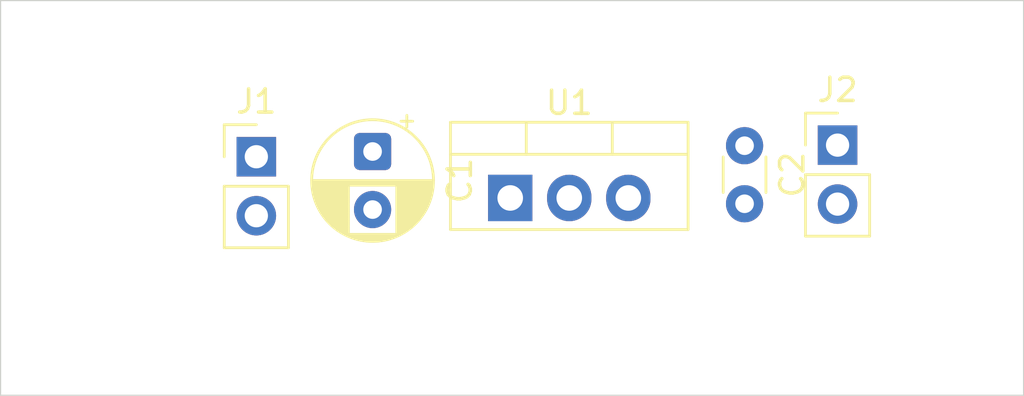
<source format=kicad_pcb>
(kicad_pcb (version 20241229) (generator "pcbnew") (generator_version "9.0")
  (layers (0 "F.Cu" signal) (2 "B.Cu" signal) (13 "F.Paste" user) (15 "B.Paste" user) (5 "F.SilkS" user "F.Silkscreen") (7 "B.SilkS" user "B.Silkscreen") (1 "F.Mask" user) (3 "B.Mask" user) (25 "Edge.Cuts" user))
  (net 0 "")
  (net 2 "GND")
  (net 4 "Net-(J1-Pin_1)")
  (net 5 "Net-(J2-Pin_1)")
  (footprint "Package_TO_SOT_THT:TO-220-3_Vertical" (layer "F.Cu") (at 109.92 62)
    (property "Reference" "U1" (at 2.54 -4.1 0) (layer "F.SilkS"))
    (property "Value" "LM7805_TO220")
    (fp_line (start -2.57 -3.26) (end 7.65 -3.26) (stroke (width 0.12)) (layer "F.SilkS"))
    (fp_line (start -2.57 -1.88) (end 7.65 -1.88) (stroke (width 0.12)) (layer "F.SilkS"))
    (fp_line (start -2.57 1.36) (end -2.57 -3.26) (stroke (width 0.12)) (layer "F.SilkS"))
    (fp_line (start 0.69 -3.26) (end 0.69 -1.88) (stroke (width 0.12)) (layer "F.SilkS"))
    (fp_line (start 4.39 -3.26) (end 4.39 -1.88) (stroke (width 0.12)) (layer "F.SilkS"))
    (fp_line (start 7.65 -3.26) (end 7.65 1.36) (stroke (width 0.12)) (layer "F.SilkS"))
    (fp_line (start 7.65 1.36) (end -2.57 1.36) (stroke (width 0.12)) (layer "F.SilkS"))
    (pad "1" thru_hole rect (at 0 0) (size 1.905 2) (drill 1.1) (layers "*.Cu" "*.Mask") (net 4 "Net-(J1-Pin_1)"))
    (pad "2" thru_hole oval (at 2.54 0) (size 1.905 2) (drill 1.1) (layers "*.Cu" "*.Mask") (net 2 "GND"))
    (pad "3" thru_hole oval (at 5.08 0) (size 1.905 2) (drill 1.1) (layers "*.Cu" "*.Mask") (net 5 "Net-(J2-Pin_1)"))
  )
  (footprint "Capacitor_THT:C_Disc_D3.0mm_W1.6mm_P2.50mm" (layer "F.Cu") (at 120 59.75 -90)
    (property "Reference" "C2" (at 1.25 -2.05 90) (layer "F.SilkS"))
    (property "Value" "0.1uF")
    (fp_line (start 2.015 0.92) (end 0.485 0.92) (stroke (width 0.12)) (layer "F.SilkS"))
    (fp_line (start 0.485 -0.92) (end 2.015 -0.92) (stroke (width 0.12)) (layer "F.SilkS"))
    (pad "1" thru_hole circle (at 0 0 270) (size 1.6 1.6) (drill 0.8) (layers "*.Cu" "*.Mask"))
    (pad "2" thru_hole circle (at 2.5 0 270) (size 1.6 1.6) (drill 0.8) (layers "*.Cu" "*.Mask") (net 2 "GND"))
  )
  (footprint "Connector_PinHeader_2.54mm:PinHeader_1x02_P2.54mm_Vertical" (layer "F.Cu") (at 124 59.725)
    (property "Reference" "J2" (at 0 -2.38 0) (layer "F.SilkS"))
    (property "Value" "Conn_01x02_Pin")
    (fp_line (start -1.38 -1.38) (end 0 -1.38) (stroke (width 0.12)) (layer "F.SilkS"))
    (fp_line (start -1.38 0) (end -1.38 -1.38) (stroke (width 0.12)) (layer "F.SilkS"))
    (fp_line (start -1.38 1.27) (end -1.38 3.92) (stroke (width 0.12)) (layer "F.SilkS"))
    (fp_line (start -1.38 1.27) (end 1.38 1.27) (stroke (width 0.12)) (layer "F.SilkS"))
    (fp_line (start -1.38 3.92) (end 1.38 3.92) (stroke (width 0.12)) (layer "F.SilkS"))
    (fp_line (start 1.38 1.27) (end 1.38 3.92) (stroke (width 0.12)) (layer "F.SilkS"))
    (pad "1" thru_hole rect (at 0 0) (size 1.7 1.7) (drill 1) (layers "*.Cu" "*.Mask") (net 5 "Net-(J2-Pin_1)"))
    (pad "2" thru_hole circle (at 0 2.54) (size 1.7 1.7) (drill 1) (layers "*.Cu" "*.Mask") (net 2 "GND"))
  )
  (footprint "Connector_PinHeader_2.54mm:PinHeader_1x02_P2.54mm_Vertical" (layer "F.Cu") (at 99 60.225)
    (property "Reference" "J1" (at 0 -2.38 0) (layer "F.SilkS"))
    (property "Value" "Conn_01x02_Pin")
    (fp_line (start -1.38 -1.38) (end 0 -1.38) (stroke (width 0.12)) (layer "F.SilkS"))
    (fp_line (start -1.38 0) (end -1.38 -1.38) (stroke (width 0.12)) (layer "F.SilkS"))
    (fp_line (start -1.38 1.27) (end -1.38 3.92) (stroke (width 0.12)) (layer "F.SilkS"))
    (fp_line (start -1.38 1.27) (end 1.38 1.27) (stroke (width 0.12)) (layer "F.SilkS"))
    (fp_line (start -1.38 3.92) (end 1.38 3.92) (stroke (width 0.12)) (layer "F.SilkS"))
    (fp_line (start 1.38 1.27) (end 1.38 3.92) (stroke (width 0.12)) (layer "F.SilkS"))
    (pad "1" thru_hole rect (at 0 0) (size 1.7 1.7) (drill 1) (layers "*.Cu" "*.Mask") (net 4 "Net-(J1-Pin_1)"))
    (pad "2" thru_hole circle (at 0 2.54) (size 1.7 1.7) (drill 1) (layers "*.Cu" "*.Mask") (net 2 "GND"))
  )
  (footprint "Capacitor_THT:CP_Radial_D5.0mm_P2.50mm" (layer "F.Cu") (at 104 60 -90)
    (property "Reference" "C1" (at 1.25 -3.75 90) (layer "F.SilkS"))
    (property "Value" "10uF")
    (fp_line (start 1.49 1.04) (end 1.49 2.569) (stroke (width 0.12)) (layer "F.SilkS"))
    (fp_line (start 1.53 1.04) (end 1.53 2.565) (stroke (width 0.12)) (layer "F.SilkS"))
    (fp_line (start 1.57 1.04) (end 1.57 2.56) (stroke (width 0.12)) (layer "F.SilkS"))
    (fp_line (start 1.61 1.04) (end 1.61 2.555) (stroke (width 0.12)) (layer "F.SilkS"))
    (fp_line (start 1.65 1.04) (end 1.65 2.549) (stroke (width 0.12)) (layer "F.SilkS"))
    (fp_line (start 1.69 1.04) (end 1.69 2.543) (stroke (width 0.12)) (layer "F.SilkS"))
    (fp_line (start 1.73 1.04) (end 1.73 2.536) (stroke (width 0.12)) (layer "F.SilkS"))
    (fp_line (start 1.77 1.04) (end 1.77 2.528) (stroke (width 0.12)) (layer "F.SilkS"))
    (fp_line (start 1.81 1.04) (end 1.81 2.519) (stroke (width 0.12)) (layer "F.SilkS"))
    (fp_line (start 1.85 1.04) (end 1.85 2.51) (stroke (width 0.12)) (layer "F.SilkS"))
    (fp_line (start 1.89 1.04) (end 1.89 2.501) (stroke (width 0.12)) (layer "F.SilkS"))
    (fp_line (start 1.93 1.04) (end 1.93 2.49) (stroke (width 0.12)) (layer "F.SilkS"))
    (fp_line (start 1.97 1.04) (end 1.97 2.479) (stroke (width 0.12)) (layer "F.SilkS"))
    (fp_line (start 2.01 1.04) (end 2.01 2.467) (stroke (width 0.12)) (layer "F.SilkS"))
    (fp_line (start 2.05 1.04) (end 2.05 2.455) (stroke (width 0.12)) (layer "F.SilkS"))
    (fp_line (start 2.09 1.04) (end 2.09 2.442) (stroke (width 0.12)) (layer "F.SilkS"))
    (fp_line (start 2.13 1.04) (end 2.13 2.428) (stroke (width 0.12)) (layer "F.SilkS"))
    (fp_line (start 2.17 1.04) (end 2.17 2.413) (stroke (width 0.12)) (layer "F.SilkS"))
    (fp_line (start 2.21 1.04) (end 2.21 2.398) (stroke (width 0.12)) (layer "F.SilkS"))
    (fp_line (start 2.25 1.04) (end 2.25 2.382) (stroke (width 0.12)) (layer "F.SilkS"))
    (fp_line (start 2.29 1.04) (end 2.29 2.365) (stroke (width 0.12)) (layer "F.SilkS"))
    (fp_line (start 2.33 1.04) (end 2.33 2.347) (stroke (width 0.12)) (layer "F.SilkS"))
    (fp_line (start 2.37 1.04) (end 2.37 2.329) (stroke (width 0.12)) (layer "F.SilkS"))
    (fp_line (start 2.41 1.04) (end 2.41 2.309) (stroke (width 0.12)) (layer "F.SilkS"))
    (fp_line (start 2.45 1.04) (end 2.45 2.289) (stroke (width 0.12)) (layer "F.SilkS"))
    (fp_line (start 2.49 1.04) (end 2.49 2.268) (stroke (width 0.12)) (layer "F.SilkS"))
    (fp_line (start 2.53 1.04) (end 2.53 2.246) (stroke (width 0.12)) (layer "F.SilkS"))
    (fp_line (start 2.57 1.04) (end 2.57 2.223) (stroke (width 0.12)) (layer "F.SilkS"))
    (fp_line (start 2.61 1.04) (end 2.61 2.199) (stroke (width 0.12)) (layer "F.SilkS"))
    (fp_line (start 2.65 1.04) (end 2.65 2.175) (stroke (width 0.12)) (layer "F.SilkS"))
    (fp_line (start 2.69 1.04) (end 2.69 2.149) (stroke (width 0.12)) (layer "F.SilkS"))
    (fp_line (start 2.73 1.04) (end 2.73 2.122) (stroke (width 0.12)) (layer "F.SilkS"))
    (fp_line (start 2.77 1.04) (end 2.77 2.094) (stroke (width 0.12)) (layer "F.SilkS"))
    (fp_line (start 2.81 1.04) (end 2.81 2.065) (stroke (width 0.12)) (layer "F.SilkS"))
    (fp_line (start 2.85 1.04) (end 2.85 2.035) (stroke (width 0.12)) (layer "F.SilkS"))
    (fp_line (start 2.89 1.04) (end 2.89 2.003) (stroke (width 0.12)) (layer "F.SilkS"))
    (fp_line (start 2.93 1.04) (end 2.93 1.97) (stroke (width 0.12)) (layer "F.SilkS"))
    (fp_line (start 2.97 1.04) (end 2.97 1.936) (stroke (width 0.12)) (layer "F.SilkS"))
    (fp_line (start 3.01 1.04) (end 3.01 1.901) (stroke (width 0.12)) (layer "F.SilkS"))
    (fp_line (start 3.05 1.04) (end 3.05 1.864) (stroke (width 0.12)) (layer "F.SilkS"))
    (fp_line (start 3.09 1.04) (end 3.09 1.825) (stroke (width 0.12)) (layer "F.SilkS"))
    (fp_line (start 3.13 1.04) (end 3.13 1.785) (stroke (width 0.12)) (layer "F.SilkS"))
    (fp_line (start 3.17 1.04) (end 3.17 1.743) (stroke (width 0.12)) (layer "F.SilkS"))
    (fp_line (start 3.21 1.04) (end 3.21 1.699) (stroke (width 0.12)) (layer "F.SilkS"))
    (fp_line (start 3.25 1.04) (end 3.25 1.652) (stroke (width 0.12)) (layer "F.SilkS"))
    (fp_line (start 3.29 1.04) (end 3.29 1.604) (stroke (width 0.12)) (layer "F.SilkS"))
    (fp_line (start 3.33 1.04) (end 3.33 1.553) (stroke (width 0.12)) (layer "F.SilkS"))
    (fp_line (start 3.37 1.04) (end 3.37 1.499) (stroke (width 0.12)) (layer "F.SilkS"))
    (fp_line (start 3.41 1.04) (end 3.41 1.443) (stroke (width 0.12)) (layer "F.SilkS"))
    (fp_line (start 3.45 1.04) (end 3.45 1.383) (stroke (width 0.12)) (layer "F.SilkS"))
    (fp_line (start 3.49 1.04) (end 3.49 1.319) (stroke (width 0.12)) (layer "F.SilkS"))
    (fp_line (start 3.53 1.04) (end 3.53 1.251) (stroke (width 0.12)) (layer "F.SilkS"))
    (fp_line (start 3.85 -0.283) (end 3.85 0.283) (stroke (width 0.12)) (layer "F.SilkS"))
    (fp_line (start 3.81 -0.517) (end 3.81 0.517) (stroke (width 0.12)) (layer "F.SilkS"))
    (fp_line (start 3.77 -0.677) (end 3.77 0.677) (stroke (width 0.12)) (layer "F.SilkS"))
    (fp_line (start 3.73 -0.805) (end 3.73 0.805) (stroke (width 0.12)) (layer "F.SilkS"))
    (fp_line (start 3.69 -0.914) (end 3.69 0.914) (stroke (width 0.12)) (layer "F.SilkS"))
    (fp_line (start 3.65 -1.011) (end 3.65 1.011) (stroke (width 0.12)) (layer "F.SilkS"))
    (fp_line (start 3.61 -1.098) (end 3.61 1.098) (stroke (width 0.12)) (layer "F.SilkS"))
    (fp_line (start 3.57 -1.177) (end 3.57 1.177) (stroke (width 0.12)) (layer "F.SilkS"))
    (fp_line (start 3.53 -1.251) (end 3.53 -1.04) (stroke (width 0.12)) (layer "F.SilkS"))
    (fp_line (start 3.49 -1.319) (end 3.49 -1.04) (stroke (width 0.12)) (layer "F.SilkS"))
    (fp_line (start 3.45 -1.383) (end 3.45 -1.04) (stroke (width 0.12)) (layer "F.SilkS"))
    (fp_line (start 3.41 -1.443) (end 3.41 -1.04) (stroke (width 0.12)) (layer "F.SilkS"))
    (fp_line (start -1.554775 -1.475) (end -1.054775 -1.475) (stroke (width 0.12)) (layer "F.SilkS"))
    (fp_line (start 3.37 -1.499) (end 3.37 -1.04) (stroke (width 0.12)) (layer "F.SilkS"))
    (fp_line (start 3.33 -1.553) (end 3.33 -1.04) (stroke (width 0.12)) (layer "F.SilkS"))
    (fp_line (start 3.29 -1.604) (end 3.29 -1.04) (stroke (width 0.12)) (layer "F.SilkS"))
    (fp_line (start 3.25 -1.652) (end 3.25 -1.04) (stroke (width 0.12)) (layer "F.SilkS"))
    (fp_line (start 3.21 -1.699) (end 3.21 -1.04) (stroke (width 0.12)) (layer "F.SilkS"))
    (fp_line (start -1.304775 -1.725) (end -1.304775 -1.225) (stroke (width 0.12)) (layer "F.SilkS"))
    (fp_line (start 3.17 -1.743) (end 3.17 -1.04) (stroke (width 0.12)) (layer "F.SilkS"))
    (fp_line (start 3.13 -1.785) (end 3.13 -1.04) (stroke (width 0.12)) (layer "F.SilkS"))
    (fp_line (start 3.09 -1.825) (end 3.09 -1.04) (stroke (width 0.12)) (layer "F.SilkS"))
    (fp_line (start 3.05 -1.864) (end 3.05 -1.04) (stroke (width 0.12)) (layer "F.SilkS"))
    (fp_line (start 3.01 -1.901) (end 3.01 -1.04) (stroke (width 0.12)) (layer "F.SilkS"))
    (fp_line (start 2.97 -1.936) (end 2.97 -1.04) (stroke (width 0.12)) (layer "F.SilkS"))
    (fp_line (start 2.93 -1.97) (end 2.93 -1.04) (stroke (width 0.12)) (layer "F.SilkS"))
    (fp_line (start 2.89 -2.003) (end 2.89 -1.04) (stroke (width 0.12)) (layer "F.SilkS"))
    (fp_line (start 2.85 -2.035) (end 2.85 -1.04) (stroke (width 0.12)) (layer "F.SilkS"))
    (fp_line (start 2.81 -2.065) (end 2.81 -1.04) (stroke (width 0.12)) (layer "F.SilkS"))
    (fp_line (start 2.77 -2.094) (end 2.77 -1.04) (stroke (width 0.12)) (layer "F.SilkS"))
    (fp_line (start 2.73 -2.122) (end 2.73 -1.04) (stroke (width 0.12)) (layer "F.SilkS"))
    (fp_line (start 2.69 -2.149) (end 2.69 -1.04) (stroke (width 0.12)) (layer "F.SilkS"))
    (fp_line (start 2.65 -2.175) (end 2.65 -1.04) (stroke (width 0.12)) (layer "F.SilkS"))
    (fp_line (start 2.61 -2.199) (end 2.61 -1.04) (stroke (width 0.12)) (layer "F.SilkS"))
    (fp_line (start 2.57 -2.223) (end 2.57 -1.04) (stroke (width 0.12)) (layer "F.SilkS"))
    (fp_line (start 2.53 -2.246) (end 2.53 -1.04) (stroke (width 0.12)) (layer "F.SilkS"))
    (fp_line (start 2.49 -2.268) (end 2.49 -1.04) (stroke (width 0.12)) (layer "F.SilkS"))
    (fp_line (start 2.45 -2.289) (end 2.45 -1.04) (stroke (width 0.12)) (layer "F.SilkS"))
    (fp_line (start 2.41 -2.309) (end 2.41 -1.04) (stroke (width 0.12)) (layer "F.SilkS"))
    (fp_line (start 2.37 -2.329) (end 2.37 -1.04) (stroke (width 0.12)) (layer "F.SilkS"))
    (fp_line (start 2.33 -2.347) (end 2.33 -1.04) (stroke (width 0.12)) (layer "F.SilkS"))
    (fp_line (start 2.29 -2.365) (end 2.29 -1.04) (stroke (width 0.12)) (layer "F.SilkS"))
    (fp_line (start 2.25 -2.382) (end 2.25 -1.04) (stroke (width 0.12)) (layer "F.SilkS"))
    (fp_line (start 2.21 -2.398) (end 2.21 -1.04) (stroke (width 0.12)) (layer "F.SilkS"))
    (fp_line (start 2.17 -2.413) (end 2.17 -1.04) (stroke (width 0.12)) (layer "F.SilkS"))
    (fp_line (start 2.13 -2.428) (end 2.13 -1.04) (stroke (width 0.12)) (layer "F.SilkS"))
    (fp_line (start 2.09 -2.442) (end 2.09 -1.04) (stroke (width 0.12)) (layer "F.SilkS"))
    (fp_line (start 2.05 -2.455) (end 2.05 -1.04) (stroke (width 0.12)) (layer "F.SilkS"))
    (fp_line (start 2.01 -2.467) (end 2.01 -1.04) (stroke (width 0.12)) (layer "F.SilkS"))
    (fp_line (start 1.97 -2.479) (end 1.97 -1.04) (stroke (width 0.12)) (layer "F.SilkS"))
    (fp_line (start 1.93 -2.49) (end 1.93 -1.04) (stroke (width 0.12)) (layer "F.SilkS"))
    (fp_line (start 1.89 -2.501) (end 1.89 -1.04) (stroke (width 0.12)) (layer "F.SilkS"))
    (fp_line (start 1.85 -2.51) (end 1.85 -1.04) (stroke (width 0.12)) (layer "F.SilkS"))
    (fp_line (start 1.81 -2.519) (end 1.81 -1.04) (stroke (width 0.12)) (layer "F.SilkS"))
    (fp_line (start 1.77 -2.528) (end 1.77 -1.04) (stroke (width 0.12)) (layer "F.SilkS"))
    (fp_line (start 1.73 -2.536) (end 1.73 -1.04) (stroke (width 0.12)) (layer "F.SilkS"))
    (fp_line (start 1.69 -2.543) (end 1.69 -1.04) (stroke (width 0.12)) (layer "F.SilkS"))
    (fp_line (start 1.65 -2.549) (end 1.65 -1.04) (stroke (width 0.12)) (layer "F.SilkS"))
    (fp_line (start 1.61 -2.555) (end 1.61 -1.04) (stroke (width 0.12)) (layer "F.SilkS"))
    (fp_line (start 1.57 -2.56) (end 1.57 -1.04) (stroke (width 0.12)) (layer "F.SilkS"))
    (fp_line (start 1.53 -2.565) (end 1.53 -1.04) (stroke (width 0.12)) (layer "F.SilkS"))
    (fp_line (start 1.49 -2.569) (end 1.49 -1.04) (stroke (width 0.12)) (layer "F.SilkS"))
    (fp_line (start 1.45 -2.572) (end 1.45 2.572) (stroke (width 0.12)) (layer "F.SilkS"))
    (fp_line (start 1.41 -2.575) (end 1.41 2.575) (stroke (width 0.12)) (layer "F.SilkS"))
    (fp_line (start 1.37 -2.577) (end 1.37 2.577) (stroke (width 0.12)) (layer "F.SilkS"))
    (fp_line (start 1.33 -2.579) (end 1.33 2.579) (stroke (width 0.12)) (layer "F.SilkS"))
    (fp_line (start 1.25 -2.58) (end 1.25 2.58) (stroke (width 0.12)) (layer "F.SilkS"))
    (fp_line (start 1.29 -2.58) (end 1.29 2.58) (stroke (width 0.12)) (layer "F.SilkS"))
    (fp_circle (center 1.25 0) (end 3.87 0) (stroke (width 0.12)) (fill no) (layer "F.SilkS"))
    (pad "1" thru_hole roundrect (at 0 0 270) (size 1.6 1.6) (drill 0.8) (layers "*.Cu" "*.Mask") (roundrect_rratio 0.15625))
    (pad "2" thru_hole circle (at 2.5 0 270) (size 1.6 1.6) (drill 0.8) (layers "*.Cu" "*.Mask") (net 2 "GND"))
  )
  (gr_line (start 88 53.5) (end 132 53.5) (stroke (width 0.05)) (layer "Edge.Cuts"))
  (gr_line (start 132 53.5) (end 132 70.5) (stroke (width 0.05)) (layer "Edge.Cuts"))
  (gr_line (start 88 70.5) (end 88 53.5) (stroke (width 0.05)) (layer "Edge.Cuts"))
  (gr_line (start 132 70.5) (end 88 70.5) (stroke (width 0.05)) (layer "Edge.Cuts"))
)
</source>
